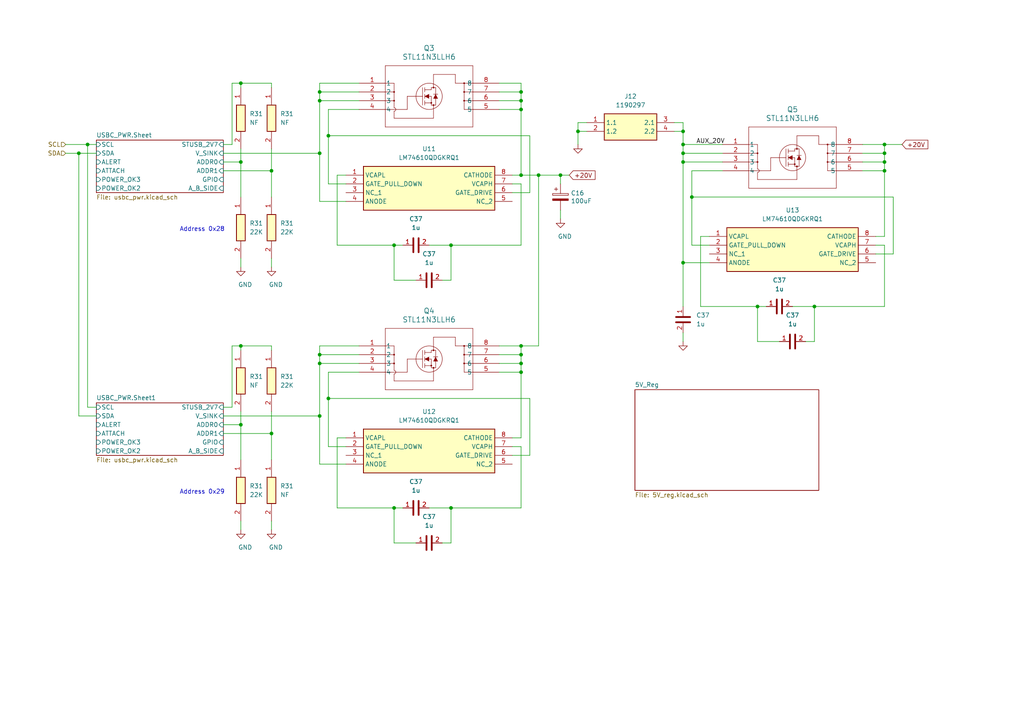
<source format=kicad_sch>
(kicad_sch (version 20230121) (generator eeschema)
  (paper "A4")
  (lib_symbols
    (symbol "08055C105JAT2A:08055C105JAT2A" (pin_names hide)
      (property "Reference" "C" (at 6.35 6.35 0))
      (property "Value" "1u" (at 6.35 3.81 0))
      (symbol "08055C105JAT2A_0_1"
        (polyline (pts (xy 3.048 -2.032) (xy 3.048 2.032)) (stroke (width 0.508)))
        (polyline (pts (xy 4.572 -2.032) (xy 4.572 2.032)) (stroke (width 0.508)))
      )
      (symbol "08055C105JAT2A_1_1"
        (pin passive line (at 0 0 0) (length 2.794) (name "~") (number "1"))
        (pin passive line (at 7.62 0 180) (length 2.794) (name "~") (number "2"))
      )
    )
    (symbol "Device:CP" (pin_numbers hide) (pin_names (offset 0.254))
      (property "Reference" "C" (at 0.635 2.54 0))
      (property "Value" "CP" (at 0.635 -2.54 0))
      (symbol "CP_0_1"
        (rectangle (start -2.286 0.508) (end 2.286 1.016))
        (polyline (pts (xy -1.778 2.286) (xy -0.762 2.286)))
        (polyline (pts (xy -1.27 2.794) (xy -1.27 1.778)))
        (rectangle (start 2.286 -0.508) (end -2.286 -1.016) (fill (type outline)))
      )
      (symbol "CP_1_1"
        (pin passive line (at 0 3.81 270) (length 2.794) (name "~") (number "1"))
        (pin passive line (at 0 -3.81 90) (length 2.794) (name "~") (number "2"))
      )
    )
    (symbol "LM74610QDGKRQ1_1"
      (property "Reference" "U" (at 44.45 7.62 0))
      (property "Value" "LM74610QDGKRQ1" (at 44.45 5.08 0))
      (symbol "LM74610QDGKRQ1_1_1_1"
        (rectangle (start 5.08 2.54) (end 43.18 -10.16) (stroke (width 0.254)) (fill (type background)))
        (pin passive line (at 0 0 0) (length 5.08) (name "VCAPL") (number "1"))
        (pin passive line (at 0 -2.54 0) (length 5.08) (name "GATE_PULL_DOWN") (number "2"))
        (pin passive line (at 0 -5.08 0) (length 5.08) (name "NC_1") (number "3"))
        (pin passive line (at 0 -7.62 0) (length 5.08) (name "ANODE") (number "4"))
        (pin passive line (at 48.26 -7.62 180) (length 5.08) (name "NC_2") (number "5"))
        (pin passive line (at 48.26 -5.08 180) (length 5.08) (name "GATE_DRIVE") (number "6"))
        (pin passive line (at 48.26 -2.54 180) (length 5.08) (name "VCAPH") (number "7"))
        (pin passive line (at 48.26 0 180) (length 5.08) (name "CATHODE") (number "8"))
      )
    )
    (symbol "LM74610QDGKRQ1_2"
      (property "Reference" "U" (at 44.45 7.62 0))
      (property "Value" "LM74610QDGKRQ1" (at 44.45 5.08 0))
      (symbol "LM74610QDGKRQ1_2_1_1"
        (rectangle (start 5.08 2.54) (end 43.18 -10.16) (stroke (width 0.254)) (fill (type background)))
        (pin passive line (at 0 0 0) (length 5.08) (name "VCAPL") (number "1"))
        (pin passive line (at 0 -2.54 0) (length 5.08) (name "GATE_PULL_DOWN") (number "2"))
        (pin passive line (at 0 -5.08 0) (length 5.08) (name "NC_1") (number "3"))
        (pin passive line (at 0 -7.62 0) (length 5.08) (name "ANODE") (number "4"))
        (pin passive line (at 48.26 -7.62 180) (length 5.08) (name "NC_2") (number "5"))
        (pin passive line (at 48.26 -5.08 180) (length 5.08) (name "GATE_DRIVE") (number "6"))
        (pin passive line (at 48.26 -2.54 180) (length 5.08) (name "VCAPH") (number "7"))
        (pin passive line (at 48.26 0 180) (length 5.08) (name "CATHODE") (number "8"))
      )
    )
    (symbol "STL11N3LLH6:STL11N3LLH6" (pin_names (offset 0.254))
      (property "Reference" "Q" (at 13.97 10.16 0))
      (property "Value" "STL11N3LLH6" (at 20.32 7.62 0))
      (symbol "STL11N3LLH6_0_1"
        (polyline (pts (xy 7.62 -12.7) (xy 33.02 -12.7)) (stroke (width 0.127)))
        (polyline (pts (xy 7.62 -7.62) (xy 13.97 -7.62)) (stroke (width 0.127)))
        (polyline (pts (xy 7.62 -5.08) (xy 10.16 -5.08)) (stroke (width 0.127)))
        (polyline (pts (xy 7.62 -2.54) (xy 10.16 -2.54)) (stroke (width 0.127)))
        (polyline (pts (xy 7.62 0) (xy 10.16 0)) (stroke (width 0.127)))
        (polyline (pts (xy 7.62 5.08) (xy 7.62 -12.7)) (stroke (width 0.127)))
        (polyline (pts (xy 10.16 -10.16) (xy 21.59 -10.16)) (stroke (width 0.127)))
        (polyline (pts (xy 10.16 -8.128) (xy 10.16 -10.16)) (stroke (width 0.127)))
        (polyline (pts (xy 10.16 0) (xy 10.16 -7.112)) (stroke (width 0.127)))
        (polyline (pts (xy 13.97 -7.62) (xy 13.97 -3.81)) (stroke (width 0.127)))
        (polyline (pts (xy 13.97 -3.81) (xy 18.415 -3.81)) (stroke (width 0.127)))
        (polyline (pts (xy 18.415 -6.35) (xy 18.415 -1.27)) (stroke (width 0.127)))
        (polyline (pts (xy 19.05 -6.35) (xy 19.05 -5.08)) (stroke (width 0.127)))
        (polyline (pts (xy 19.05 -5.715) (xy 20.955 -5.715)) (stroke (width 0.127)))
        (polyline (pts (xy 19.05 -4.445) (xy 19.05 -3.175)) (stroke (width 0.127)))
        (polyline (pts (xy 19.05 -2.54) (xy 19.05 -1.27)) (stroke (width 0.127)))
        (polyline (pts (xy 19.05 -1.905) (xy 20.955 -1.905)) (stroke (width 0.127)))
        (polyline (pts (xy 20.32 -3.81) (xy 20.955 -3.81)) (stroke (width 0.127)))
        (polyline (pts (xy 20.955 -6.35) (xy 20.955 -3.81)) (stroke (width 0.127)))
        (polyline (pts (xy 20.955 -6.35) (xy 22.225 -6.35)) (stroke (width 0.127)))
        (polyline (pts (xy 20.955 -1.905) (xy 20.955 -1.27)) (stroke (width 0.127)))
        (polyline (pts (xy 20.955 -1.27) (xy 22.225 -1.27)) (stroke (width 0.127)))
        (polyline (pts (xy 21.59 -10.16) (xy 21.59 -6.35)) (stroke (width 0.127)))
        (polyline (pts (xy 21.59 2.54) (xy 21.59 -1.27)) (stroke (width 0.127)))
        (polyline (pts (xy 22.225 -6.35) (xy 22.225 -4.445)) (stroke (width 0.127)))
        (polyline (pts (xy 22.225 -3.175) (xy 22.225 -1.27)) (stroke (width 0.127)))
        (polyline (pts (xy 22.86 -3.175) (xy 21.59 -3.175)) (stroke (width 0.127)))
        (polyline (pts (xy 27.94 0) (xy 27.94 2.54)) (stroke (width 0.127)))
        (polyline (pts (xy 27.94 2.54) (xy 21.59 2.54)) (stroke (width 0.127)))
        (polyline (pts (xy 30.48 -7.62) (xy 30.48 0)) (stroke (width 0.127)))
        (polyline (pts (xy 33.02 -12.7) (xy 33.02 5.08)) (stroke (width 0.127)))
        (polyline (pts (xy 33.02 -7.62) (xy 30.48 -7.62)) (stroke (width 0.127)))
        (polyline (pts (xy 33.02 -5.08) (xy 30.48 -5.08)) (stroke (width 0.127)))
        (polyline (pts (xy 33.02 -2.54) (xy 30.48 -2.54)) (stroke (width 0.127)))
        (polyline (pts (xy 33.02 0) (xy 27.94 0)) (stroke (width 0.127)))
        (polyline (pts (xy 33.02 5.08) (xy 7.62 5.08)) (stroke (width 0.127)))
        (polyline (pts (xy 20.32 -3.175) (xy 19.05 -3.81) (xy 20.32 -4.445)) (stroke (width 0.0254)) (fill (type outline)))
        (polyline (pts (xy 22.86 -4.445) (xy 21.59 -4.445) (xy 22.225 -3.175)) (stroke (width 0.0254)) (fill (type outline)))
        (arc (start 10.16 -8.128) (mid 10.6658 -7.62) (end 10.16 -7.112) (stroke (width 0.127)))
        (circle (center 10.16 -5.08) (radius 0.127) (stroke (width 0.254)))
        (circle (center 10.16 -2.54) (radius 0.127) (stroke (width 0.254)))
        (circle (center 20.32 -3.81) (radius 3.81) (stroke (width 0.127)))
        (circle (center 20.955 -5.715) (radius 0.127) (stroke (width 0.254)))
        (circle (center 21.59 -6.35) (radius 0.127) (stroke (width 0.254)))
        (circle (center 21.59 -1.27) (radius 0.127) (stroke (width 0.254)))
        (circle (center 30.48 -5.08) (radius 0.127) (stroke (width 0.254)))
        (circle (center 30.48 -2.54) (radius 0.127) (stroke (width 0.254)))
        (circle (center 30.48 0) (radius 0.127) (stroke (width 0.254)))
        (pin unspecified line (at 0 0 0) (length 7.62) (name "1") (number "1"))
        (pin unspecified line (at 0 -2.54 0) (length 7.62) (name "2") (number "2"))
        (pin unspecified line (at 0 -5.08 0) (length 7.62) (name "3") (number "3"))
        (pin unspecified line (at 0 -7.62 0) (length 7.62) (name "4") (number "4"))
        (pin unspecified line (at 40.64 -7.62 180) (length 7.62) (name "5") (number "5"))
        (pin unspecified line (at 40.64 -5.08 180) (length 7.62) (name "6") (number "6"))
        (pin unspecified line (at 40.64 -2.54 180) (length 7.62) (name "7") (number "7"))
        (pin unspecified line (at 40.64 0 180) (length 7.62) (name "8") (number "8"))
      )
    )
    (symbol "STL11N3LLH6_1" (pin_names (offset 0.254))
      (property "Reference" "Q" (at 13.97 10.16 0))
      (property "Value" "STL11N3LLH6" (at 20.32 7.62 0))
      (symbol "STL11N3LLH6_1_0_1"
        (polyline (pts (xy 7.62 -12.7) (xy 33.02 -12.7)) (stroke (width 0.127)))
        (polyline (pts (xy 7.62 -7.62) (xy 13.97 -7.62)) (stroke (width 0.127)))
        (polyline (pts (xy 7.62 -5.08) (xy 10.16 -5.08)) (stroke (width 0.127)))
        (polyline (pts (xy 7.62 -2.54) (xy 10.16 -2.54)) (stroke (width 0.127)))
        (polyline (pts (xy 7.62 0) (xy 10.16 0)) (stroke (width 0.127)))
        (polyline (pts (xy 7.62 5.08) (xy 7.62 -12.7)) (stroke (width 0.127)))
        (polyline (pts (xy 10.16 -10.16) (xy 21.59 -10.16)) (stroke (width 0.127)))
        (polyline (pts (xy 10.16 -8.128) (xy 10.16 -10.16)) (stroke (width 0.127)))
        (polyline (pts (xy 10.16 0) (xy 10.16 -7.112)) (stroke (width 0.127)))
        (polyline (pts (xy 13.97 -7.62) (xy 13.97 -3.81)) (stroke (width 0.127)))
        (polyline (pts (xy 13.97 -3.81) (xy 18.415 -3.81)) (stroke (width 0.127)))
        (polyline (pts (xy 18.415 -6.35) (xy 18.415 -1.27)) (stroke (width 0.127)))
        (polyline (pts (xy 19.05 -6.35) (xy 19.05 -5.08)) (stroke (width 0.127)))
        (polyline (pts (xy 19.05 -5.715) (xy 20.955 -5.715)) (stroke (width 0.127)))
        (polyline (pts (xy 19.05 -4.445) (xy 19.05 -3.175)) (stroke (width 0.127)))
        (polyline (pts (xy 19.05 -2.54) (xy 19.05 -1.27)) (stroke (width 0.127)))
        (polyline (pts (xy 19.05 -1.905) (xy 20.955 -1.905)) (stroke (width 0.127)))
        (polyline (pts (xy 20.32 -3.81) (xy 20.955 -3.81)) (stroke (width 0.127)))
        (polyline (pts (xy 20.955 -6.35) (xy 20.955 -3.81)) (stroke (width 0.127)))
        (polyline (pts (xy 20.955 -6.35) (xy 22.225 -6.35)) (stroke (width 0.127)))
        (polyline (pts (xy 20.955 -1.905) (xy 20.955 -1.27)) (stroke (width 0.127)))
        (polyline (pts (xy 20.955 -1.27) (xy 22.225 -1.27)) (stroke (width 0.127)))
        (polyline (pts (xy 21.59 -10.16) (xy 21.59 -6.35)) (stroke (width 0.127)))
        (polyline (pts (xy 21.59 2.54) (xy 21.59 -1.27)) (stroke (width 0.127)))
        (polyline (pts (xy 22.225 -6.35) (xy 22.225 -4.445)) (stroke (width 0.127)))
        (polyline (pts (xy 22.225 -3.175) (xy 22.225 -1.27)) (stroke (width 0.127)))
        (polyline (pts (xy 22.86 -3.175) (xy 21.59 -3.175)) (stroke (width 0.127)))
        (polyline (pts (xy 27.94 0) (xy 27.94 2.54)) (stroke (width 0.127)))
        (polyline (pts (xy 27.94 2.54) (xy 21.59 2.54)) (stroke (width 0.127)))
        (polyline (pts (xy 30.48 -7.62) (xy 30.48 0)) (stroke (width 0.127)))
        (polyline (pts (xy 33.02 -12.7) (xy 33.02 5.08)) (stroke (width 0.127)))
        (polyline (pts (xy 33.02 -7.62) (xy 30.48 -7.62)) (stroke (width 0.127)))
        (polyline (pts (xy 33.02 -5.08) (xy 30.48 -5.08)) (stroke (width 0.127)))
        (polyline (pts (xy 33.02 -2.54) (xy 30.48 -2.54)) (stroke (width 0.127)))
        (polyline (pts (xy 33.02 0) (xy 27.94 0)) (stroke (width 0.127)))
        (polyline (pts (xy 33.02 5.08) (xy 7.62 5.08)) (stroke (width 0.127)))
        (polyline (pts (xy 20.32 -3.175) (xy 19.05 -3.81) (xy 20.32 -4.445)) (stroke (width 0.0254)) (fill (type outline)))
        (polyline (pts (xy 22.86 -4.445) (xy 21.59 -4.445) (xy 22.225 -3.175)) (stroke (width 0.0254)) (fill (type outline)))
        (arc (start 10.16 -8.128) (mid 10.6658 -7.62) (end 10.16 -7.112) (stroke (width 0.127)))
        (circle (center 10.16 -5.08) (radius 0.127) (stroke (width 0.254)))
        (circle (center 10.16 -2.54) (radius 0.127) (stroke (width 0.254)))
        (circle (center 20.32 -3.81) (radius 3.81) (stroke (width 0.127)))
        (circle (center 20.955 -5.715) (radius 0.127) (stroke (width 0.254)))
        (circle (center 21.59 -6.35) (radius 0.127) (stroke (width 0.254)))
        (circle (center 21.59 -1.27) (radius 0.127) (stroke (width 0.254)))
        (circle (center 30.48 -5.08) (radius 0.127) (stroke (width 0.254)))
        (circle (center 30.48 -2.54) (radius 0.127) (stroke (width 0.254)))
        (circle (center 30.48 0) (radius 0.127) (stroke (width 0.254)))
        (pin unspecified line (at 0 0 0) (length 7.62) (name "1") (number "1"))
        (pin unspecified line (at 0 -2.54 0) (length 7.62) (name "2") (number "2"))
        (pin unspecified line (at 0 -5.08 0) (length 7.62) (name "3") (number "3"))
        (pin unspecified line (at 0 -7.62 0) (length 7.62) (name "4") (number "4"))
        (pin unspecified line (at 40.64 -7.62 180) (length 7.62) (name "5") (number "5"))
        (pin unspecified line (at 40.64 -5.08 180) (length 7.62) (name "6") (number "6"))
        (pin unspecified line (at 40.64 -2.54 180) (length 7.62) (name "7") (number "7"))
        (pin unspecified line (at 40.64 0 180) (length 7.62) (name "8") (number "8"))
      )
    )
    (symbol "SamacSys_Parts:1190297"
      (property "Reference" "J" (at 21.59 7.62 0))
      (property "Value" "1190297" (at 21.59 5.08 0))
      (symbol "1190297_1_1"
        (rectangle (start 5.08 2.54) (end 20.32 -5.08) (stroke (width 0.254)) (fill (type background)))
        (pin passive line (at 0 0 0) (length 5.08) (name "1.1") (number "1"))
        (pin passive line (at 0 -2.54 0) (length 5.08) (name "1.2") (number "2"))
        (pin passive line (at 25.4 0 180) (length 5.08) (name "2.1") (number "3"))
        (pin passive line (at 25.4 -2.54 180) (length 5.08) (name "2.2") (number "4"))
      )
    )
    (symbol "SamacSys_Parts:CR0402-FX-2202GLF" (pin_names hide)
      (property "Reference" "R" (at 13.97 6.35 0))
      (property "Value" "CR0402-FX-2202GLF" (at 13.97 3.81 0))
      (symbol "CR0402-FX-2202GLF_1_1"
        (rectangle (start 5.08 1.27) (end 12.7 -1.27) (stroke (width 0.254)) (fill (type background)))
        (pin passive line (at 0 0 0) (length 5.08) (name "1") (number "1"))
        (pin passive line (at 17.78 0 180) (length 5.08) (name "2") (number "2"))
      )
    )
    (symbol "SamacSys_Parts:LM74610QDGKRQ1"
      (property "Reference" "U" (at 44.45 7.62 0))
      (property "Value" "LM74610QDGKRQ1" (at 44.45 5.08 0))
      (symbol "LM74610QDGKRQ1_1_1"
        (rectangle (start 5.08 2.54) (end 43.18 -10.16) (stroke (width 0.254)) (fill (type background)))
        (pin passive line (at 0 0 0) (length 5.08) (name "VCAPL") (number "1"))
        (pin passive line (at 0 -2.54 0) (length 5.08) (name "GATE_PULL_DOWN") (number "2"))
        (pin passive line (at 0 -5.08 0) (length 5.08) (name "NC_1") (number "3"))
        (pin passive line (at 0 -7.62 0) (length 5.08) (name "ANODE") (number "4"))
        (pin passive line (at 48.26 -7.62 180) (length 5.08) (name "NC_2") (number "5"))
        (pin passive line (at 48.26 -5.08 180) (length 5.08) (name "GATE_DRIVE") (number "6"))
        (pin passive line (at 48.26 -2.54 180) (length 5.08) (name "VCAPH") (number "7"))
        (pin passive line (at 48.26 0 180) (length 5.08) (name "CATHODE") (number "8"))
      )
    )
    (symbol "power:GND" (power) (pin_names (offset 0))
      (property "Value" "GND" (at 0 -3.81 0))
      (symbol "GND_0_1"
        (polyline (pts (xy 0 0) (xy 0 -1.27) (xy 1.27 -1.27) (xy 0 -2.54) (xy -1.27 -1.27) (xy 0 -1.27)))
      )
      (symbol "GND_1_1"
        (pin power_in line (at 0 0 270) (length 0) hide (name "GND") (number "1"))
      )
    )
  )
  (junction (at 92.71 26.67))
  (junction (at 78.74 49.53))
  (junction (at 95.25 39.37))
  (junction (at 256.54 49.53))
  (junction (at 236.22 88.9))
  (junction (at 198.12 46.99))
  (junction (at 151.13 26.67))
  (junction (at 92.71 120.65))
  (junction (at 151.13 102.87))
  (junction (at 198.12 38.1))
  (junction (at 151.13 105.41))
  (junction (at 69.85 46.99))
  (junction (at 256.54 44.45))
  (junction (at 22.86 44.45))
  (junction (at 92.71 44.45))
  (junction (at 92.71 102.87))
  (junction (at 256.54 46.99))
  (junction (at 162.56 50.8))
  (junction (at 130.81 147.32))
  (junction (at 151.13 29.21))
  (junction (at 114.3 71.12))
  (junction (at 78.74 125.73))
  (junction (at 92.71 105.41))
  (junction (at 151.13 107.95))
  (junction (at 256.54 41.91))
  (junction (at 69.85 24.13))
  (junction (at 151.13 100.33))
  (junction (at 198.12 44.45))
  (junction (at 198.12 41.91))
  (junction (at 92.71 29.21))
  (junction (at 151.13 31.75))
  (junction (at 114.3 147.32))
  (junction (at 167.64 38.1))
  (junction (at 95.25 115.57))
  (junction (at 151.13 50.8))
  (junction (at 69.85 100.33))
  (junction (at 200.66 57.15))
  (junction (at 69.85 123.19))
  (junction (at 156.21 50.8))
  (junction (at 25.4 41.91))
  (junction (at 130.81 71.12))
  (junction (at 219.71 88.9))
  (junction (at 198.12 76.2))
  (wire (pts (xy 148.59 132.08) (xy 153.67 132.08)))
  (wire (pts (xy 156.21 50.8) (xy 156.21 100.33)))
  (wire (pts (xy 151.13 100.33) (xy 151.13 102.87)))
  (wire (pts (xy 236.22 99.06) (xy 236.22 88.9)))
  (wire (pts (xy 130.81 157.48) (xy 130.81 147.32)))
  (wire (pts (xy 256.54 46.99) (xy 256.54 49.53)))
  (wire (pts (xy 144.78 29.21) (xy 151.13 29.21)))
  (wire (pts (xy 250.19 46.99) (xy 256.54 46.99)))
  (wire (pts (xy 203.2 88.9) (xy 203.2 68.58)))
  (wire (pts (xy 261.62 41.91) (xy 256.54 41.91)))
  (wire (pts (xy 69.85 24.13) (xy 69.85 25.4)))
  (wire (pts (xy 148.59 129.54) (xy 151.13 129.54)))
  (wire (pts (xy 162.56 60.96) (xy 162.56 63.5)))
  (wire (pts (xy 250.19 44.45) (xy 256.54 44.45)))
  (wire (pts (xy 151.13 50.8) (xy 156.21 50.8)))
  (wire (pts (xy 78.74 49.53) (xy 78.74 57.15)))
  (wire (pts (xy 78.74 74.93) (xy 78.74 77.47)))
  (wire (pts (xy 198.12 35.56) (xy 198.12 38.1)))
  (wire (pts (xy 198.12 44.45) (xy 198.12 46.99)))
  (wire (pts (xy 254 71.12) (xy 256.54 71.12)))
  (wire (pts (xy 97.79 127) (xy 100.33 127)))
  (wire (pts (xy 92.71 44.45) (xy 92.71 29.21)))
  (wire (pts (xy 205.74 76.2) (xy 198.12 76.2)))
  (wire (pts (xy 22.86 120.65) (xy 22.86 44.45)))
  (wire (pts (xy 100.33 134.62) (xy 92.71 134.62)))
  (wire (pts (xy 78.74 24.13) (xy 78.74 25.4)))
  (wire (pts (xy 128.27 157.48) (xy 130.81 157.48)))
  (wire (pts (xy 78.74 125.73) (xy 78.74 119.38)))
  (wire (pts (xy 19.05 41.91) (xy 25.4 41.91)))
  (wire (pts (xy 19.05 44.45) (xy 22.86 44.45)))
  (wire (pts (xy 144.78 100.33) (xy 151.13 100.33)))
  (wire (pts (xy 92.71 105.41) (xy 104.14 105.41)))
  (wire (pts (xy 167.64 38.1) (xy 167.64 41.91)))
  (wire (pts (xy 200.66 57.15) (xy 259.08 57.15)))
  (wire (pts (xy 198.12 46.99) (xy 198.12 76.2)))
  (wire (pts (xy 69.85 74.93) (xy 69.85 77.47)))
  (wire (pts (xy 170.18 35.56) (xy 167.64 35.56)))
  (wire (pts (xy 64.77 44.45) (xy 92.71 44.45)))
  (wire (pts (xy 69.85 151.13) (xy 69.85 153.67)))
  (wire (pts (xy 151.13 107.95) (xy 151.13 127)))
  (wire (pts (xy 130.81 147.32) (xy 151.13 147.32)))
  (wire (pts (xy 25.4 118.11) (xy 25.4 41.91)))
  (wire (pts (xy 116.84 147.32) (xy 114.3 147.32)))
  (wire (pts (xy 198.12 96.52) (xy 198.12 99.06)))
  (wire (pts (xy 198.12 38.1) (xy 198.12 41.91)))
  (wire (pts (xy 67.31 118.11) (xy 67.31 100.33)))
  (wire (pts (xy 198.12 41.91) (xy 209.55 41.91)))
  (wire (pts (xy 78.74 125.73) (xy 78.74 133.35)))
  (wire (pts (xy 198.12 76.2) (xy 198.12 88.9)))
  (wire (pts (xy 229.87 88.9) (xy 236.22 88.9)))
  (wire (pts (xy 78.74 49.53) (xy 78.74 43.18)))
  (wire (pts (xy 95.25 129.54) (xy 100.33 129.54)))
  (wire (pts (xy 116.84 71.12) (xy 114.3 71.12)))
  (wire (pts (xy 151.13 31.75) (xy 151.13 50.8)))
  (wire (pts (xy 104.14 26.67) (xy 92.71 26.67)))
  (wire (pts (xy 151.13 29.21) (xy 151.13 31.75)))
  (wire (pts (xy 69.85 24.13) (xy 78.74 24.13)))
  (wire (pts (xy 256.54 68.58) (xy 254 68.58)))
  (wire (pts (xy 92.71 29.21) (xy 104.14 29.21)))
  (wire (pts (xy 69.85 46.99) (xy 69.85 57.15)))
  (wire (pts (xy 92.71 102.87) (xy 92.71 105.41)))
  (wire (pts (xy 209.55 44.45) (xy 198.12 44.45)))
  (wire (pts (xy 95.25 53.34) (xy 100.33 53.34)))
  (wire (pts (xy 114.3 81.28) (xy 114.3 71.12)))
  (wire (pts (xy 64.77 125.73) (xy 78.74 125.73)))
  (wire (pts (xy 95.25 107.95) (xy 95.25 115.57)))
  (wire (pts (xy 64.77 46.99) (xy 69.85 46.99)))
  (wire (pts (xy 256.54 41.91) (xy 256.54 44.45)))
  (wire (pts (xy 151.13 26.67) (xy 151.13 29.21)))
  (wire (pts (xy 97.79 147.32) (xy 97.79 127)))
  (wire (pts (xy 104.14 100.33) (xy 92.71 100.33)))
  (wire (pts (xy 167.64 35.56) (xy 167.64 38.1)))
  (wire (pts (xy 200.66 57.15) (xy 200.66 71.12)))
  (wire (pts (xy 25.4 41.91) (xy 27.94 41.91)))
  (wire (pts (xy 162.56 50.8) (xy 162.56 53.34)))
  (wire (pts (xy 200.66 49.53) (xy 200.66 57.15)))
  (wire (pts (xy 144.78 105.41) (xy 151.13 105.41)))
  (wire (pts (xy 114.3 157.48) (xy 114.3 147.32)))
  (wire (pts (xy 219.71 88.9) (xy 203.2 88.9)))
  (wire (pts (xy 198.12 46.99) (xy 209.55 46.99)))
  (wire (pts (xy 203.2 68.58) (xy 205.74 68.58)))
  (wire (pts (xy 151.13 50.8) (xy 148.59 50.8)))
  (wire (pts (xy 95.25 31.75) (xy 95.25 39.37)))
  (wire (pts (xy 130.81 71.12) (xy 151.13 71.12)))
  (wire (pts (xy 64.77 118.11) (xy 67.31 118.11)))
  (wire (pts (xy 95.25 39.37) (xy 95.25 53.34)))
  (wire (pts (xy 259.08 73.66) (xy 259.08 57.15)))
  (wire (pts (xy 226.06 99.06) (xy 219.71 99.06)))
  (wire (pts (xy 97.79 71.12) (xy 97.79 50.8)))
  (wire (pts (xy 144.78 107.95) (xy 151.13 107.95)))
  (wire (pts (xy 69.85 100.33) (xy 78.74 100.33)))
  (wire (pts (xy 64.77 120.65) (xy 92.71 120.65)))
  (wire (pts (xy 198.12 41.91) (xy 198.12 44.45)))
  (wire (pts (xy 92.71 26.67) (xy 92.71 29.21)))
  (wire (pts (xy 151.13 24.13) (xy 151.13 26.67)))
  (wire (pts (xy 167.64 38.1) (xy 170.18 38.1)))
  (wire (pts (xy 100.33 58.42) (xy 92.71 58.42)))
  (wire (pts (xy 198.12 35.56) (xy 195.58 35.56)))
  (wire (pts (xy 156.21 50.8) (xy 162.56 50.8)))
  (wire (pts (xy 130.81 81.28) (xy 130.81 71.12)))
  (wire (pts (xy 27.94 118.11) (xy 25.4 118.11)))
  (wire (pts (xy 256.54 44.45) (xy 256.54 46.99)))
  (wire (pts (xy 156.21 100.33) (xy 151.13 100.33)))
  (wire (pts (xy 120.65 81.28) (xy 114.3 81.28)))
  (wire (pts (xy 69.85 46.99) (xy 69.85 43.18)))
  (wire (pts (xy 104.14 107.95) (xy 95.25 107.95)))
  (wire (pts (xy 144.78 24.13) (xy 151.13 24.13)))
  (wire (pts (xy 64.77 49.53) (xy 78.74 49.53)))
  (wire (pts (xy 67.31 100.33) (xy 69.85 100.33)))
  (wire (pts (xy 151.13 129.54) (xy 151.13 147.32)))
  (wire (pts (xy 114.3 147.32) (xy 97.79 147.32)))
  (wire (pts (xy 144.78 26.67) (xy 151.13 26.67)))
  (wire (pts (xy 151.13 105.41) (xy 151.13 107.95)))
  (wire (pts (xy 151.13 127) (xy 148.59 127)))
  (wire (pts (xy 22.86 44.45) (xy 27.94 44.45)))
  (wire (pts (xy 92.71 58.42) (xy 92.71 44.45)))
  (wire (pts (xy 69.85 100.33) (xy 69.85 101.6)))
  (wire (pts (xy 95.25 115.57) (xy 95.25 129.54)))
  (wire (pts (xy 162.56 50.8) (xy 165.1 50.8)))
  (wire (pts (xy 124.46 71.12) (xy 130.81 71.12)))
  (wire (pts (xy 104.14 102.87) (xy 92.71 102.87)))
  (wire (pts (xy 114.3 71.12) (xy 97.79 71.12)))
  (wire (pts (xy 233.68 99.06) (xy 236.22 99.06)))
  (wire (pts (xy 209.55 49.53) (xy 200.66 49.53)))
  (wire (pts (xy 153.67 132.08) (xy 153.67 115.57)))
  (wire (pts (xy 200.66 71.12) (xy 205.74 71.12)))
  (wire (pts (xy 27.94 120.65) (xy 22.86 120.65)))
  (wire (pts (xy 256.54 49.53) (xy 256.54 68.58)))
  (wire (pts (xy 120.65 157.48) (xy 114.3 157.48)))
  (wire (pts (xy 153.67 55.88) (xy 153.67 39.37)))
  (wire (pts (xy 67.31 41.91) (xy 67.31 24.13)))
  (wire (pts (xy 64.77 123.19) (xy 69.85 123.19)))
  (wire (pts (xy 124.46 147.32) (xy 130.81 147.32)))
  (wire (pts (xy 92.71 24.13) (xy 92.71 26.67)))
  (wire (pts (xy 144.78 31.75) (xy 151.13 31.75)))
  (wire (pts (xy 250.19 41.91) (xy 256.54 41.91)))
  (wire (pts (xy 250.19 49.53) (xy 256.54 49.53)))
  (wire (pts (xy 222.25 88.9) (xy 219.71 88.9)))
  (wire (pts (xy 95.25 39.37) (xy 153.67 39.37)))
  (wire (pts (xy 69.85 123.19) (xy 69.85 119.38)))
  (wire (pts (xy 148.59 53.34) (xy 151.13 53.34)))
  (wire (pts (xy 92.71 120.65) (xy 92.71 105.41)))
  (wire (pts (xy 104.14 31.75) (xy 95.25 31.75)))
  (wire (pts (xy 151.13 53.34) (xy 151.13 71.12)))
  (wire (pts (xy 144.78 102.87) (xy 151.13 102.87)))
  (wire (pts (xy 128.27 81.28) (xy 130.81 81.28)))
  (wire (pts (xy 64.77 41.91) (xy 67.31 41.91)))
  (wire (pts (xy 236.22 88.9) (xy 256.54 88.9)))
  (wire (pts (xy 219.71 99.06) (xy 219.71 88.9)))
  (wire (pts (xy 78.74 151.13) (xy 78.74 153.67)))
  (wire (pts (xy 67.31 24.13) (xy 69.85 24.13)))
  (wire (pts (xy 69.85 123.19) (xy 69.85 133.35)))
  (wire (pts (xy 104.14 24.13) (xy 92.71 24.13)))
  (wire (pts (xy 256.54 71.12) (xy 256.54 88.9)))
  (wire (pts (xy 195.58 38.1) (xy 198.12 38.1)))
  (wire (pts (xy 92.71 134.62) (xy 92.71 120.65)))
  (wire (pts (xy 95.25 115.57) (xy 153.67 115.57)))
  (wire (pts (xy 151.13 102.87) (xy 151.13 105.41)))
  (wire (pts (xy 78.74 100.33) (xy 78.74 101.6)))
  (wire (pts (xy 92.71 100.33) (xy 92.71 102.87)))
  (wire (pts (xy 97.79 50.8) (xy 100.33 50.8)))
  (wire (pts (xy 148.59 55.88) (xy 153.67 55.88)))
  (wire (pts (xy 254 73.66) (xy 259.08 73.66)))
  (text "Address 0x29" (at 52.07 143.51 0) (effects (font (size 1.27 1.27)) (justify left bottom)))
  (text "Address 0x28" (at 52.07 67.31 0) (effects (font (size 1.27 1.27)) (justify left bottom)))
  (label "AUX_20V" (at 201.93 41.91 0))
  (global_label "+20V" (shape input) (at 261.62 41.91 0) (property "Intersheetrefs" "${INTERSHEET_REFS}" (effects hide)))
  (global_label "+20V" (shape input) (at 165.1 50.8 0) (property "Intersheetrefs" "${INTERSHEET_REFS}" (effects hide)))
  (hierarchical_label "SCL" (shape input) (at 19.05 41.91 180))
  (hierarchical_label "SDA" (shape input) (at 19.05 44.45 180))
  (symbol (lib_id "power:GND") (at 78.74 153.67 0) (unit 1)
    (property "Reference" "#PWR09" (effects hide))
    (property "Value" "GND" (at 80.01 158.75 0))
    (instances (project "rpi-cm4-base-carrier" (path "" (reference "#PWR09") (unit 1)) (path "" (reference "#PWR079") (unit 1)) (path "" (reference "#PWR081") (unit 1))))
  )
  (symbol (lib_name "LM74610QDGKRQ1_1") (lib_id "SamacSys_Parts:LM74610QDGKRQ1") (at 100.33 50.8 0) (unit 1)
    (property "Reference" "U11" (at 124.46 43.18 0))
    (property "Value" "LM74610QDGKRQ1" (at 124.46 45.72 0))
    (property "Footprint" "SOP65P490X110-8N" (effects hide))
    (property "Datasheet" "http://www.ti.com/lit/gpn/lm74610-q1" (effects hide))
    (property "Height" "1.1" (effects hide))
    (property "Mouser Part Number" "595-LM74610QDGKRQ1" (effects hide))
    (property "Mouser Price/Stock" "https://www.mouser.co.uk/ProductDetail/Texas-Instruments/LM74610QDGKRQ1?qs=3jdCaFhktOQTVpuuubgDqg%3D%3D" (effects hide))
    (property "Manufacturer_Name" "Texas Instruments" (effects hide))
    (property "Manufacturer_Part_Number" "LM74610QDGKRQ1" (effects hide))
  )
  (symbol (lib_id "SamacSys_Parts:1190297") (at 170.18 35.56 0) (unit 1)
    (property "Reference" "J12" (at 182.88 27.94 0))
    (property "Value" "1190297" (at 182.88 30.48 0))
    (property "Footprint" "1190297" (effects hide))
    (property "Datasheet" "https://g.componentsearchengine.com/Datasheets/0/15169004.pdf" (effects hide))
    (property "Height" "23.58" (effects hide))
    (property "Mouser Part Number" "651-1190297" (effects hide))
    (property "Mouser Price/Stock" "https://www.mouser.co.uk/ProductDetail/Phoenix-Contact/1190297?qs=QNEnbhJQKvaBinyAO%252BdsFA%3D%3D" (effects hide))
    (property "Manufacturer_Name" "Phoenix Contact" (effects hide))
    (property "Manufacturer_Part_Number" "1190297" (effects hide))
  )
  (symbol (lib_id "power:GND") (at 162.56 63.5 0) (unit 1)
    (property "Reference" "#PWR09" (effects hide))
    (property "Value" "GND" (at 163.83 68.58 0))
    (instances (project "rpi-cm4-base-carrier" (path "" (reference "#PWR09") (unit 1)) (path "" (reference "#PWR079") (unit 1)) (path "" (reference "#PWR082") (unit 1))))
  )
  (symbol (lib_id "SamacSys_Parts:CR0402-FX-2202GLF") (at 69.85 101.6 270) (unit 1)
    (property "Reference" "R31" (at 72.39 109.22 90) (effects (justify left)))
    (property "Value" "NF" (at 72.39 111.76 90) (effects (justify left)))
    (property "Footprint" "SamacSys_Parts:RESC1005X40N" (effects hide))
    (property "Datasheet" "https://componentsearchengine.com/Datasheets/1/CR0402-FX-2202GLF.pdf" (effects hide))
    (property "Height" "0.4" (effects hide))
    (property "Mouser Part Number" "652-CR0402FX-2202GLF" (effects hide))
    (property "Mouser Price/Stock" "https://www.mouser.com/Search/Refine.aspx?Keyword=652-CR0402FX-2202GLF" (effects hide))
    (property "Manufacturer_Name" "Bourns" (effects hide))
    (property "Manufacturer_Part_Number" "CR0402-FX-2202GLF" (effects hide))
    (instances (project "rpi-cm4-base-carrier" (path "" (reference "R31") (unit 1)) (path "" (reference "R32") (unit 1))))
  )
  (symbol (lib_id "SamacSys_Parts:CR0402-FX-2202GLF") (at 69.85 133.35 270) (unit 1)
    (property "Reference" "R31" (at 72.39 140.97 90) (effects (justify left)))
    (property "Value" "22K" (at 72.39 143.51 90) (effects (justify left)))
    (property "Footprint" "SamacSys_Parts:RESC1005X40N" (effects hide))
    (property "Datasheet" "https://componentsearchengine.com/Datasheets/1/CR0402-FX-2202GLF.pdf" (effects hide))
    (property "Height" "0.4" (effects hide))
    (property "Mouser Part Number" "652-CR0402FX-2202GLF" (effects hide))
    (property "Mouser Price/Stock" "https://www.mouser.com/Search/Refine.aspx?Keyword=652-CR0402FX-2202GLF" (effects hide))
    (property "Manufacturer_Name" "Bourns" (effects hide))
    (property "Manufacturer_Part_Number" "CR0402-FX-2202GLF" (effects hide))
    (instances (project "rpi-cm4-base-carrier" (path "" (reference "R31") (unit 1)) (path "" (reference "R33") (unit 1))))
  )
  (symbol (lib_id "power:GND") (at 69.85 153.67 0) (unit 1)
    (property "Reference" "#PWR09" (effects hide))
    (property "Value" "GND" (at 71.12 158.75 0))
    (instances (project "rpi-cm4-base-carrier" (path "" (reference "#PWR09") (unit 1)) (path "" (reference "#PWR079") (unit 1)) (path "" (reference "#PWR079") (unit 1))))
  )
  (symbol (lib_id "08055C105JAT2A:08055C105JAT2A") (at 222.25 88.9 0) (unit 1)
    (property "Reference" "C37" (at 226.06 81.28 0))
    (property "Value" "1u" (at 226.06 83.82 0))
    (property "Footprint" "RESC2012X140N:RESC2012X140N" (effects hide))
    (property "Datasheet" "https://componentsearchengine.com/Datasheets/1/08055C105JAT2A.pdf" (effects hide))
    (property "Height" "1.4" (effects hide))
    (property "Mouser Part Number" "581-08055C105JAT2A" (effects hide))
    (property "Mouser Price/Stock" "https://www.mouser.com/Search/Refine.aspx?Keyword=581-08055C105JAT2A" (effects hide))
    (property "Manufacturer_Name" "AVX" (effects hide))
    (property "Manufacturer_Part_Number" "08055C105JAT2A" (effects hide))
    (instances (project "rpi-cm4-base-carrier" (path "" (reference "C37") (unit 1)) (path "" (reference "C45") (unit 1))))
  )
  (symbol (lib_id "Device:CP") (at 162.56 57.15 0) (unit 1)
    (property "Reference" "C16" (at 165.5572 56.007 0) (effects (justify left)))
    (property "Value" "100uF" (at 165.5572 58.293 0) (effects (justify left)))
    (property "Footprint" "Capacitor_Tantalum_SMD:CP_EIA-7343-31_Kemet-D" (effects hide))
    (property "Field4" "Mouser" (effects hide))
    (property "Field5" "667-EEF-CX0J101R" (effects hide))
    (property "Part Description" "Capacitor, SP-Cap, 100u, 6.3V, 15mR ESR" (effects hide))
    (instances (project "rpi-cm4-base-carrier" (path "" (reference "C16") (unit 1)) (path "" (reference "C43") (unit 1))) (project "CM4IOv5" (path "" (reference "C16") (unit 1))))
  )
  (symbol (lib_id "SamacSys_Parts:CR0402-FX-2202GLF") (at 69.85 25.4 270) (unit 1)
    (property "Reference" "R31" (at 72.39 33.02 90) (effects (justify left)))
    (property "Value" "NF" (at 72.39 35.56 90) (effects (justify left)))
    (property "Footprint" "SamacSys_Parts:RESC1005X40N" (effects hide))
    (property "Datasheet" "https://componentsearchengine.com/Datasheets/1/CR0402-FX-2202GLF.pdf" (effects hide))
    (property "Height" "0.4" (effects hide))
    (property "Mouser Part Number" "652-CR0402FX-2202GLF" (effects hide))
    (property "Mouser Price/Stock" "https://www.mouser.com/Search/Refine.aspx?Keyword=652-CR0402FX-2202GLF" (effects hide))
    (property "Manufacturer_Name" "Bourns" (effects hide))
    (property "Manufacturer_Part_Number" "CR0402-FX-2202GLF" (effects hide))
    (instances (project "rpi-cm4-base-carrier" (path "" (reference "R31") (unit 1)) (path "" (reference "R30") (unit 1))))
  )
  (symbol (lib_id "SamacSys_Parts:CR0402-FX-2202GLF") (at 69.85 57.15 270) (unit 1)
    (property "Reference" "R31" (at 72.39 64.77 90) (effects (justify left)))
    (property "Value" "22K" (at 72.39 67.31 90) (effects (justify left)))
    (property "Footprint" "SamacSys_Parts:RESC1005X40N" (effects hide))
    (property "Datasheet" "https://componentsearchengine.com/Datasheets/1/CR0402-FX-2202GLF.pdf" (effects hide))
    (property "Height" "0.4" (effects hide))
    (property "Mouser Part Number" "652-CR0402FX-2202GLF" (effects hide))
    (property "Mouser Price/Stock" "https://www.mouser.com/Search/Refine.aspx?Keyword=652-CR0402FX-2202GLF" (effects hide))
    (property "Manufacturer_Name" "Bourns" (effects hide))
    (property "Manufacturer_Part_Number" "CR0402-FX-2202GLF" (effects hide))
  )
  (symbol (lib_id "STL11N3LLH6:STL11N3LLH6") (at 104.14 24.13 0) (unit 1)
    (property "Reference" "Q3" (at 124.46 13.97 0) (effects (font (size 1.524 1.524))))
    (property "Value" "STL11N3LLH6" (at 124.46 16.51 0) (effects (font (size 1.524 1.524))))
    (property "Footprint" "POWERFLAT_3P3X3P3_STM" (effects hide))
    (property "Datasheet" "STL11N3LLH6" (effects hide))
  )
  (symbol (lib_id "08055C105JAT2A:08055C105JAT2A") (at 120.65 157.48 0) (unit 1)
    (property "Reference" "C37" (at 124.46 149.86 0))
    (property "Value" "1u" (at 124.46 152.4 0))
    (property "Footprint" "RESC2012X140N:RESC2012X140N" (effects hide))
    (property "Datasheet" "https://componentsearchengine.com/Datasheets/1/08055C105JAT2A.pdf" (effects hide))
    (property "Height" "1.4" (effects hide))
    (property "Mouser Part Number" "581-08055C105JAT2A" (effects hide))
    (property "Mouser Price/Stock" "https://www.mouser.com/Search/Refine.aspx?Keyword=581-08055C105JAT2A" (effects hide))
    (property "Manufacturer_Name" "AVX" (effects hide))
    (property "Manufacturer_Part_Number" "08055C105JAT2A" (effects hide))
    (instances (project "rpi-cm4-base-carrier" (path "" (reference "C37") (unit 1)) (path "" (reference "C42") (unit 1))))
  )
  (symbol (lib_id "08055C105JAT2A:08055C105JAT2A") (at 116.84 71.12 0) (unit 1)
    (property "Reference" "C37" (at 120.65 63.5 0))
    (property "Value" "1u" (at 120.65 66.04 0))
    (property "Footprint" "RESC2012X140N:RESC2012X140N" (effects hide))
    (property "Datasheet" "https://componentsearchengine.com/Datasheets/1/08055C105JAT2A.pdf" (effects hide))
    (property "Height" "1.4" (effects hide))
    (property "Mouser Part Number" "581-08055C105JAT2A" (effects hide))
    (property "Mouser Price/Stock" "https://www.mouser.com/Search/Refine.aspx?Keyword=581-08055C105JAT2A" (effects hide))
    (property "Manufacturer_Name" "AVX" (effects hide))
    (property "Manufacturer_Part_Number" "08055C105JAT2A" (effects hide))
    (instances (project "rpi-cm4-base-carrier" (path "" (reference "C37") (unit 1)) (path "" (reference "C39") (unit 1))))
  )
  (symbol (lib_id "SamacSys_Parts:CR0402-FX-2202GLF") (at 78.74 57.15 270) (unit 1)
    (property "Reference" "R31" (at 81.28 64.77 90) (effects (justify left)))
    (property "Value" "22K" (at 81.28 67.31 90) (effects (justify left)))
    (property "Footprint" "SamacSys_Parts:RESC1005X40N" (effects hide))
    (property "Datasheet" "https://componentsearchengine.com/Datasheets/1/CR0402-FX-2202GLF.pdf" (effects hide))
    (property "Height" "0.4" (effects hide))
    (property "Mouser Part Number" "652-CR0402FX-2202GLF" (effects hide))
    (property "Mouser Price/Stock" "https://www.mouser.com/Search/Refine.aspx?Keyword=652-CR0402FX-2202GLF" (effects hide))
    (property "Manufacturer_Name" "Bourns" (effects hide))
    (property "Manufacturer_Part_Number" "CR0402-FX-2202GLF" (effects hide))
    (instances (project "rpi-cm4-base-carrier" (path "" (reference "R31") (unit 1)) (path "" (reference "R35") (unit 1))))
  )
  (symbol (lib_name "STL11N3LLH6_1") (lib_id "STL11N3LLH6:STL11N3LLH6") (at 104.14 100.33 0) (unit 1)
    (property "Reference" "Q4" (at 124.46 90.17 0) (effects (font (size 1.524 1.524))))
    (property "Value" "STL11N3LLH6" (at 124.46 92.71 0) (effects (font (size 1.524 1.524))))
    (property "Footprint" "POWERFLAT_3P3X3P3_STM" (effects hide))
    (property "Datasheet" "STL11N3LLH6" (effects hide))
  )
  (symbol (lib_id "SamacSys_Parts:LM74610QDGKRQ1") (at 100.33 127 0) (unit 1)
    (property "Reference" "U12" (at 124.46 119.38 0))
    (property "Value" "LM74610QDGKRQ1" (at 124.46 121.92 0))
    (property "Footprint" "SOP65P490X110-8N" (effects hide))
    (property "Datasheet" "http://www.ti.com/lit/gpn/lm74610-q1" (effects hide))
    (property "Height" "1.1" (effects hide))
    (property "Mouser Part Number" "595-LM74610QDGKRQ1" (effects hide))
    (property "Mouser Price/Stock" "https://www.mouser.co.uk/ProductDetail/Texas-Instruments/LM74610QDGKRQ1?qs=3jdCaFhktOQTVpuuubgDqg%3D%3D" (effects hide))
    (property "Manufacturer_Name" "Texas Instruments" (effects hide))
    (property "Manufacturer_Part_Number" "LM74610QDGKRQ1" (effects hide))
  )
  (symbol (lib_name "STL11N3LLH6_1") (lib_id "STL11N3LLH6:STL11N3LLH6") (at 209.55 41.91 0) (unit 1)
    (property "Reference" "Q5" (at 229.87 31.75 0) (effects (font (size 1.524 1.524))))
    (property "Value" "STL11N3LLH6" (at 229.87 34.29 0) (effects (font (size 1.524 1.524))))
    (property "Footprint" "POWERFLAT_3P3X3P3_STM" (effects hide))
    (property "Datasheet" "STL11N3LLH6" (effects hide))
  )
  (symbol (lib_id "power:GND") (at 69.85 77.47 0) (unit 1)
    (property "Reference" "#PWR09" (effects hide))
    (property "Value" "GND" (at 71.12 82.55 0))
    (instances (project "rpi-cm4-base-carrier" (path "" (reference "#PWR09") (unit 1)) (path "" (reference "#PWR079") (unit 1)) (path "" (reference "#PWR078") (unit 1))))
  )
  (symbol (lib_id "SamacSys_Parts:CR0402-FX-2202GLF") (at 78.74 101.6 270) (unit 1)
    (property "Reference" "R31" (at 81.28 109.22 90) (effects (justify left)))
    (property "Value" "22K" (at 81.28 111.76 90) (effects (justify left)))
    (property "Footprint" "SamacSys_Parts:RESC1005X40N" (effects hide))
    (property "Datasheet" "https://componentsearchengine.com/Datasheets/1/CR0402-FX-2202GLF.pdf" (effects hide))
    (property "Height" "0.4" (effects hide))
    (property "Mouser Part Number" "652-CR0402FX-2202GLF" (effects hide))
    (property "Mouser Price/Stock" "https://www.mouser.com/Search/Refine.aspx?Keyword=652-CR0402FX-2202GLF" (effects hide))
    (property "Manufacturer_Name" "Bourns" (effects hide))
    (property "Manufacturer_Part_Number" "CR0402-FX-2202GLF" (effects hide))
    (instances (project "rpi-cm4-base-carrier" (path "" (reference "R31") (unit 1)) (path "" (reference "R36") (unit 1))))
  )
  (symbol (lib_id "08055C105JAT2A:08055C105JAT2A") (at 198.12 88.9 270) (unit 1)
    (property "Reference" "C37" (at 201.93 91.44 90) (effects (justify left)))
    (property "Value" "1u" (at 201.93 93.98 90) (effects (justify left)))
    (property "Footprint" "RESC2012X140N:RESC2012X140N" (effects hide))
    (property "Datasheet" "https://componentsearchengine.com/Datasheets/1/08055C105JAT2A.pdf" (effects hide))
    (property "Height" "1.4" (effects hide))
    (property "Mouser Part Number" "581-08055C105JAT2A" (effects hide))
    (property "Mouser Price/Stock" "https://www.mouser.com/Search/Refine.aspx?Keyword=581-08055C105JAT2A" (effects hide))
    (property "Manufacturer_Name" "AVX" (effects hide))
    (property "Manufacturer_Part_Number" "08055C105JAT2A" (effects hide))
    (instances (project "rpi-cm4-base-carrier" (path "" (reference "C37") (unit 1)) (path "" (reference "C44") (unit 1))))
  )
  (symbol (lib_id "08055C105JAT2A:08055C105JAT2A") (at 116.84 147.32 0) (unit 1)
    (property "Reference" "C37" (at 120.65 139.7 0))
    (property "Value" "1u" (at 120.65 142.24 0))
    (property "Footprint" "RESC2012X140N:RESC2012X140N" (effects hide))
    (property "Datasheet" "https://componentsearchengine.com/Datasheets/1/08055C105JAT2A.pdf" (effects hide))
    (property "Height" "1.4" (effects hide))
    (property "Mouser Part Number" "581-08055C105JAT2A" (effects hide))
    (property "Mouser Price/Stock" "https://www.mouser.com/Search/Refine.aspx?Keyword=581-08055C105JAT2A" (effects hide))
    (property "Manufacturer_Name" "AVX" (effects hide))
    (property "Manufacturer_Part_Number" "08055C105JAT2A" (effects hide))
    (instances (project "rpi-cm4-base-carrier" (path "" (reference "C37") (unit 1)) (path "" (reference "C40") (unit 1))))
  )
  (symbol (lib_id "power:GND") (at 78.74 77.47 0) (unit 1)
    (property "Reference" "#PWR09" (effects hide))
    (property "Value" "GND" (at 80.01 82.55 0))
    (instances (project "rpi-cm4-base-carrier" (path "" (reference "#PWR09") (unit 1)) (path "" (reference "#PWR079") (unit 1)) (path "" (reference "#PWR080") (unit 1))))
  )
  (symbol (lib_id "08055C105JAT2A:08055C105JAT2A") (at 226.06 99.06 0) (unit 1)
    (property "Reference" "C37" (at 229.87 91.44 0))
    (property "Value" "1u" (at 229.87 93.98 0))
    (property "Footprint" "RESC2012X140N:RESC2012X140N" (effects hide))
    (property "Datasheet" "https://componentsearchengine.com/Datasheets/1/08055C105JAT2A.pdf" (effects hide))
    (property "Height" "1.4" (effects hide))
    (property "Mouser Part Number" "581-08055C105JAT2A" (effects hide))
    (property "Mouser Price/Stock" "https://www.mouser.com/Search/Refine.aspx?Keyword=581-08055C105JAT2A" (effects hide))
    (property "Manufacturer_Name" "AVX" (effects hide))
    (property "Manufacturer_Part_Number" "08055C105JAT2A" (effects hide))
    (instances (project "rpi-cm4-base-carrier" (path "" (reference "C37") (unit 1)) (path "" (reference "C46") (unit 1))))
  )
  (symbol (lib_name "LM74610QDGKRQ1_2") (lib_id "SamacSys_Parts:LM74610QDGKRQ1") (at 205.74 68.58 0) (unit 1)
    (property "Reference" "U13" (at 229.87 60.96 0))
    (property "Value" "LM74610QDGKRQ1" (at 229.87 63.5 0))
    (property "Footprint" "SOP65P490X110-8N" (effects hide))
    (property "Datasheet" "http://www.ti.com/lit/gpn/lm74610-q1" (effects hide))
    (property "Height" "1.1" (effects hide))
    (property "Mouser Part Number" "595-LM74610QDGKRQ1" (effects hide))
    (property "Mouser Price/Stock" "https://www.mouser.co.uk/ProductDetail/Texas-Instruments/LM74610QDGKRQ1?qs=3jdCaFhktOQTVpuuubgDqg%3D%3D" (effects hide))
    (property "Manufacturer_Name" "Texas Instruments" (effects hide))
    (property "Manufacturer_Part_Number" "LM74610QDGKRQ1" (effects hide))
  )
  (symbol (lib_id "power:GND") (at 198.12 99.06 0) (unit 1)
    (property "Reference" "#PWR09" (effects hide))
    (property "Value" "GND" (effects hide))
    (instances (project "rpi-cm4-base-carrier" (path "" (reference "#PWR09") (unit 1)) (path "" (reference "#PWR079") (unit 1)) (path "" (reference "#PWR085") (unit 1))))
  )
  (symbol (lib_id "08055C105JAT2A:08055C105JAT2A") (at 120.65 81.28 0) (unit 1)
    (property "Reference" "C37" (at 124.46 73.66 0))
    (property "Value" "1u" (at 124.46 76.2 0))
    (property "Footprint" "RESC2012X140N:RESC2012X140N" (effects hide))
    (property "Datasheet" "https://componentsearchengine.com/Datasheets/1/08055C105JAT2A.pdf" (effects hide))
    (property "Height" "1.4" (effects hide))
    (property "Mouser Part Number" "581-08055C105JAT2A" (effects hide))
    (property "Mouser Price/Stock" "https://www.mouser.com/Search/Refine.aspx?Keyword=581-08055C105JAT2A" (effects hide))
    (property "Manufacturer_Name" "AVX" (effects hide))
    (property "Manufacturer_Part_Number" "08055C105JAT2A" (effects hide))
    (instances (project "rpi-cm4-base-carrier" (path "" (reference "C37") (unit 1)) (path "" (reference "C41") (unit 1))))
  )
  (symbol (lib_id "SamacSys_Parts:CR0402-FX-2202GLF") (at 78.74 133.35 270) (unit 1)
    (property "Reference" "R31" (at 81.28 140.97 90) (effects (justify left)))
    (property "Value" "NF" (at 81.28 143.51 90) (effects (justify left)))
    (property "Footprint" "SamacSys_Parts:RESC1005X40N" (effects hide))
    (property "Datasheet" "https://componentsearchengine.com/Datasheets/1/CR0402-FX-2202GLF.pdf" (effects hide))
    (property "Height" "0.4" (effects hide))
    (property "Mouser Part Number" "652-CR0402FX-2202GLF" (effects hide))
    (property "Mouser Price/Stock" "https://www.mouser.com/Search/Refine.aspx?Keyword=652-CR0402FX-2202GLF" (effects hide))
    (property "Manufacturer_Name" "Bourns" (effects hide))
    (property "Manufacturer_Part_Number" "CR0402-FX-2202GLF" (effects hide))
    (instances (project "rpi-cm4-base-carrier" (path "" (reference "R31") (unit 1)) (path "" (reference "R37") (unit 1))))
  )
  (symbol (lib_id "SamacSys_Parts:CR0402-FX-2202GLF") (at 78.74 25.4 270) (unit 1)
    (property "Reference" "R31" (at 81.28 33.02 90) (effects (justify left)))
    (property "Value" "NF" (at 81.28 35.56 90) (effects (justify left)))
    (property "Footprint" "SamacSys_Parts:RESC1005X40N" (effects hide))
    (property "Datasheet" "https://componentsearchengine.com/Datasheets/1/CR0402-FX-2202GLF.pdf" (effects hide))
    (property "Height" "0.4" (effects hide))
    (property "Mouser Part Number" "652-CR0402FX-2202GLF" (effects hide))
    (property "Mouser Price/Stock" "https://www.mouser.com/Search/Refine.aspx?Keyword=652-CR0402FX-2202GLF" (effects hide))
    (property "Manufacturer_Name" "Bourns" (effects hide))
    (property "Manufacturer_Part_Number" "CR0402-FX-2202GLF" (effects hide))
    (instances (project "rpi-cm4-base-carrier" (path "" (reference "R31") (unit 1)) (path "" (reference "R34") (unit 1))))
  )
  (symbol (lib_id "power:GND") (at 167.64 41.91 0) (unit 1)
    (property "Reference" "#PWR09" (effects hide))
    (property "Value" "GND" (effects hide))
    (instances (project "rpi-cm4-base-carrier" (path "" (reference "#PWR09") (unit 1)) (path "" (reference "#PWR079") (unit 1)) (path "" (reference "#PWR083") (unit 1))))
  )
  (sheet (at 184.15 113.03) (size 53.34 29.21) (stroke (width 0.1524))
    (property "Sheetname" "5V_Reg" (at 184.15 112.3184 0) (effects (justify left bottom)))
    (property "Sheetfile" "5V_reg.kicad_sch" (at 184.15 142.8246 0) (effects (justify left top)))
  )
  (sheet (at 27.94 40.64) (size 36.83 15.24) (stroke (width 0.1524))
    (property "Sheetname" "USBC_PWR.Sheet" (at 27.94 39.9284 0) (effects (justify left bottom)))
    (property "Sheetfile" "usbc_pwr.kicad_sch" (at 27.94 56.4646 0) (effects (justify left top)))
    (pin "STUSB_2V7" input (at 64.77 41.91 0))
    (pin "POWER_OK2" input (at 27.94 54.61 180))
    (pin "POWER_OK3" input (at 27.94 52.07 180))
    (pin "A_B_SIDE" input (at 64.77 54.61 0))
    (pin "ATTACH" input (at 27.94 49.53 180))
    (pin "GPIO" input (at 64.77 52.07 0))
    (pin "V_SINK" input (at 64.77 44.45 0))
    (pin "ALERT" input (at 27.94 46.99 180))
    (pin "ADDR0" input (at 64.77 46.99 0))
    (pin "ADDR1" input (at 64.77 49.53 0))
    (pin "SCL" input (at 27.94 41.91 180))
    (pin "SDA" input (at 27.94 44.45 180))
  )
  (sheet (at 27.94 116.84) (size 36.83 15.24) (stroke (width 0.1524))
    (property "Sheetname" "USBC_PWR.Sheet1" (at 27.94 116.1284 0) (effects (justify left bottom)))
    (property "Sheetfile" "usbc_pwr.kicad_sch" (at 27.94 132.6646 0) (effects (justify left top)))
    (pin "STUSB_2V7" input (at 64.77 118.11 0))
    (pin "POWER_OK2" input (at 27.94 130.81 180))
    (pin "POWER_OK3" input (at 27.94 128.27 180))
    (pin "A_B_SIDE" input (at 64.77 130.81 0))
    (pin "ATTACH" input (at 27.94 125.73 180))
    (pin "GPIO" input (at 64.77 128.27 0))
    (pin "V_SINK" input (at 64.77 120.65 0))
    (pin "ALERT" input (at 27.94 123.19 180))
    (pin "ADDR0" input (at 64.77 123.19 0))
    (pin "ADDR1" input (at 64.77 125.73 0))
    (pin "SCL" input (at 27.94 118.11 180))
    (pin "SDA" input (at 27.94 120.65 180))
  )
)
</source>
